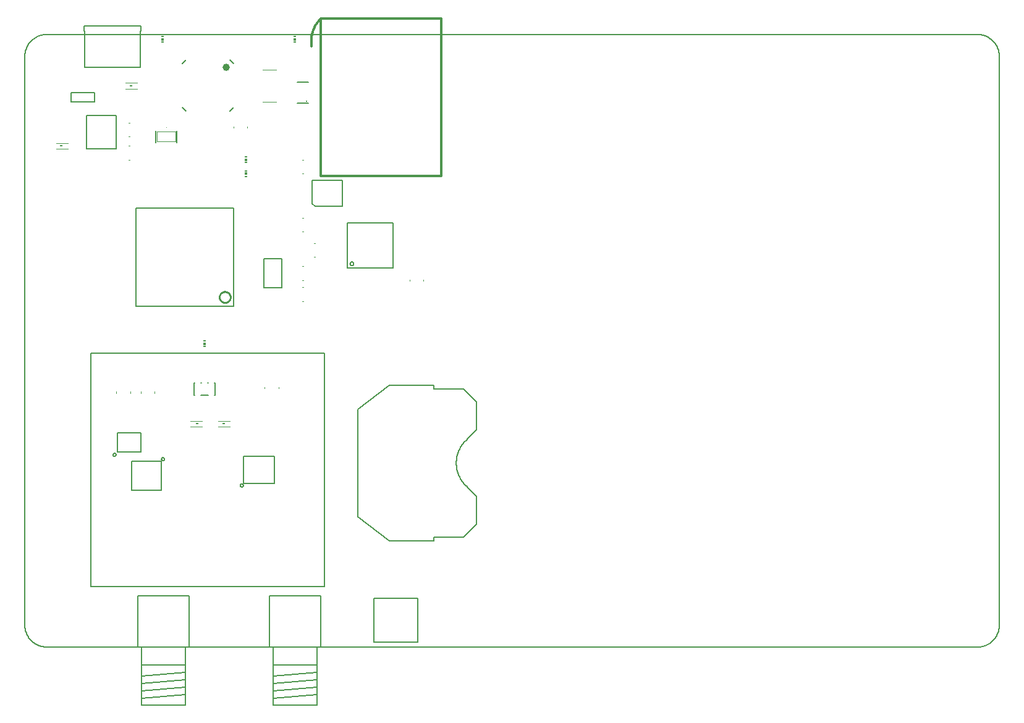
<source format=gto>
G04 EAGLE Gerber X2 export*
%TF.Part,Single*%
%TF.FileFunction,Legend,Top,1*%
%TF.FilePolarity,Positive*%
%TF.GenerationSoftware,Autodesk,EAGLE,9.4.2*%
%TF.CreationDate,2019-11-19T20:24:05Z*%
G75*
%MOMM*%
%FSLAX36Y36*%
%LPD*%
%INSilkscreen Top*%
%AMOC8*
5,1,8,0,0,1.08239X$1,22.5*%
G01*
%ADD10C,0.127000*%
%ADD11R,0.300000X0.150000*%
%ADD12R,0.300000X0.300000*%
%ADD13C,0.200000*%
%ADD14C,0.304800*%
%ADD15C,0.101600*%
%ADD16C,0.070000*%
%ADD17R,0.400000X0.200000*%
%ADD18C,0.203200*%
%ADD19C,0.254000*%
%ADD20C,0.152400*%
%ADD21C,1.000000*%
%ADD22C,0.200000*%
%ADD23C,0.010000*%
%ADD24C,0.075000*%


D10*
X130500000Y500000D02*
X3000000Y500000D01*
X3000000Y84500000D02*
X130500000Y84500000D01*
X133500000Y81500000D02*
X133500000Y3500000D01*
X0Y3500000D02*
X0Y81500000D01*
X130500000Y500000D02*
X130572491Y500876D01*
X130644940Y503503D01*
X130717304Y507881D01*
X130789542Y514005D01*
X130861610Y521873D01*
X130933467Y531481D01*
X131005071Y542822D01*
X131076380Y555890D01*
X131147353Y570677D01*
X131217947Y587175D01*
X131288122Y605373D01*
X131357837Y625263D01*
X131427051Y646830D01*
X131495724Y670065D01*
X131563815Y694951D01*
X131631285Y721476D01*
X131698094Y749623D01*
X131764203Y779377D01*
X131829575Y810719D01*
X131894170Y843632D01*
X131957950Y878096D01*
X132020880Y914091D01*
X132082921Y951596D01*
X132144038Y990590D01*
X132204194Y1031048D01*
X132263356Y1072949D01*
X132321488Y1116267D01*
X132378556Y1160977D01*
X132434527Y1207053D01*
X132489368Y1254468D01*
X132543048Y1303194D01*
X132595534Y1353203D01*
X132646797Y1404466D01*
X132696806Y1456952D01*
X132745532Y1510632D01*
X132792947Y1565473D01*
X132839023Y1621444D01*
X132883733Y1678512D01*
X132927051Y1736644D01*
X132968952Y1795806D01*
X133009410Y1855962D01*
X133048404Y1917079D01*
X133085909Y1979120D01*
X133121904Y2042050D01*
X133156368Y2105830D01*
X133189281Y2170425D01*
X133220623Y2235797D01*
X133250377Y2301906D01*
X133278524Y2368715D01*
X133305049Y2436185D01*
X133329935Y2504276D01*
X133353170Y2572949D01*
X133374737Y2642163D01*
X133394627Y2711878D01*
X133412825Y2782053D01*
X133429323Y2852647D01*
X133444110Y2923620D01*
X133457178Y2994929D01*
X133468519Y3066533D01*
X133478127Y3138390D01*
X133485995Y3210458D01*
X133492119Y3282696D01*
X133496497Y3355060D01*
X133499124Y3427509D01*
X133500000Y3500000D01*
X133500000Y81500000D02*
X133499124Y81572491D01*
X133496497Y81644940D01*
X133492119Y81717304D01*
X133485995Y81789542D01*
X133478127Y81861610D01*
X133468519Y81933467D01*
X133457178Y82005071D01*
X133444110Y82076380D01*
X133429323Y82147353D01*
X133412825Y82217947D01*
X133394627Y82288122D01*
X133374737Y82357837D01*
X133353170Y82427051D01*
X133329935Y82495724D01*
X133305049Y82563815D01*
X133278524Y82631285D01*
X133250377Y82698094D01*
X133220623Y82764203D01*
X133189281Y82829575D01*
X133156368Y82894170D01*
X133121904Y82957950D01*
X133085909Y83020880D01*
X133048404Y83082921D01*
X133009410Y83144038D01*
X132968952Y83204194D01*
X132927051Y83263356D01*
X132883733Y83321488D01*
X132839023Y83378556D01*
X132792947Y83434527D01*
X132745532Y83489368D01*
X132696806Y83543048D01*
X132646797Y83595534D01*
X132595534Y83646797D01*
X132543048Y83696806D01*
X132489368Y83745532D01*
X132434527Y83792947D01*
X132378556Y83839023D01*
X132321488Y83883733D01*
X132263356Y83927051D01*
X132204194Y83968952D01*
X132144038Y84009410D01*
X132082921Y84048404D01*
X132020880Y84085909D01*
X131957950Y84121904D01*
X131894170Y84156368D01*
X131829575Y84189281D01*
X131764203Y84220623D01*
X131698094Y84250377D01*
X131631285Y84278524D01*
X131563815Y84305049D01*
X131495724Y84329935D01*
X131427051Y84353170D01*
X131357837Y84374737D01*
X131288122Y84394627D01*
X131217947Y84412825D01*
X131147353Y84429323D01*
X131076380Y84444110D01*
X131005071Y84457178D01*
X130933467Y84468519D01*
X130861610Y84478127D01*
X130789542Y84485995D01*
X130717304Y84492119D01*
X130644940Y84496497D01*
X130572491Y84499124D01*
X130500000Y84500000D01*
X3000000Y84500000D02*
X2927509Y84499124D01*
X2855060Y84496497D01*
X2782696Y84492119D01*
X2710458Y84485995D01*
X2638390Y84478127D01*
X2566533Y84468519D01*
X2494929Y84457178D01*
X2423620Y84444110D01*
X2352647Y84429323D01*
X2282053Y84412825D01*
X2211878Y84394627D01*
X2142163Y84374737D01*
X2072949Y84353170D01*
X2004276Y84329935D01*
X1936185Y84305049D01*
X1868715Y84278524D01*
X1801906Y84250377D01*
X1735797Y84220623D01*
X1670425Y84189281D01*
X1605830Y84156368D01*
X1542050Y84121904D01*
X1479120Y84085909D01*
X1417079Y84048404D01*
X1355962Y84009410D01*
X1295806Y83968952D01*
X1236644Y83927051D01*
X1178512Y83883733D01*
X1121444Y83839023D01*
X1065473Y83792947D01*
X1010632Y83745532D01*
X956952Y83696806D01*
X904466Y83646797D01*
X853203Y83595534D01*
X803194Y83543048D01*
X754468Y83489368D01*
X707053Y83434527D01*
X660977Y83378556D01*
X616267Y83321488D01*
X572949Y83263356D01*
X531048Y83204194D01*
X490590Y83144038D01*
X451596Y83082921D01*
X414091Y83020880D01*
X378096Y82957950D01*
X343632Y82894170D01*
X310719Y82829575D01*
X279377Y82764203D01*
X249623Y82698094D01*
X221476Y82631285D01*
X194951Y82563815D01*
X170065Y82495724D01*
X146830Y82427051D01*
X125263Y82357837D01*
X105373Y82288122D01*
X87175Y82217947D01*
X70677Y82147353D01*
X55890Y82076380D01*
X42822Y82005071D01*
X31481Y81933467D01*
X21873Y81861610D01*
X14005Y81789542D01*
X7881Y81717304D01*
X3503Y81644940D01*
X876Y81572491D01*
X0Y81500000D01*
X0Y3500000D02*
X876Y3427509D01*
X3503Y3355060D01*
X7881Y3282696D01*
X14005Y3210458D01*
X21873Y3138390D01*
X31481Y3066533D01*
X42822Y2994929D01*
X55890Y2923620D01*
X70677Y2852647D01*
X87175Y2782053D01*
X105373Y2711878D01*
X125263Y2642163D01*
X146830Y2572949D01*
X170065Y2504276D01*
X194951Y2436185D01*
X221476Y2368715D01*
X249623Y2301906D01*
X279377Y2235797D01*
X310719Y2170425D01*
X343632Y2105830D01*
X378096Y2042050D01*
X414091Y1979120D01*
X451596Y1917079D01*
X490590Y1855962D01*
X531048Y1795806D01*
X572949Y1736644D01*
X616267Y1678512D01*
X660977Y1621444D01*
X707053Y1565473D01*
X754468Y1510632D01*
X803194Y1456952D01*
X853203Y1404466D01*
X904466Y1353203D01*
X956952Y1303194D01*
X1010632Y1254468D01*
X1065473Y1207053D01*
X1121444Y1160977D01*
X1178512Y1116267D01*
X1236644Y1072949D01*
X1295806Y1031048D01*
X1355962Y990590D01*
X1417079Y951596D01*
X1479120Y914091D01*
X1542050Y878096D01*
X1605830Y843632D01*
X1670425Y810719D01*
X1735797Y779377D01*
X1801906Y749623D01*
X1868715Y721476D01*
X1936185Y694951D01*
X2004276Y670065D01*
X2072949Y646830D01*
X2142163Y625263D01*
X2211878Y605373D01*
X2282053Y587175D01*
X2352647Y570677D01*
X2423620Y555890D01*
X2494929Y542822D01*
X2566533Y531481D01*
X2638390Y521873D01*
X2710458Y514005D01*
X2782696Y507881D01*
X2855060Y503503D01*
X2927509Y500876D01*
X3000000Y500000D01*
D11*
X30330000Y65030000D03*
X30330000Y65780000D03*
D12*
X30330000Y65405000D03*
D11*
X30330000Y66935000D03*
X30330000Y67685000D03*
D12*
X30330000Y67310000D03*
D10*
X47822500Y7167500D02*
X47822500Y1167500D01*
X53822500Y1167500D01*
X53822500Y7167500D01*
X47822500Y7167500D01*
X9525000Y75247500D02*
X9525000Y76517500D01*
X9525000Y75247500D02*
X6350000Y75247500D01*
X6350000Y76517500D01*
X9525000Y76517500D01*
D11*
X18882500Y84195000D03*
X18882500Y83445000D03*
D12*
X18882500Y83820000D03*
D10*
X8445500Y73406000D02*
X8445500Y68834000D01*
X8445500Y73406000D02*
X12509500Y73406000D01*
X12509500Y68834000D01*
X8445500Y68834000D01*
D13*
X44182500Y58687500D02*
X44182500Y52437500D01*
X44182500Y58687500D02*
X50432500Y58687500D01*
X50432500Y52437500D01*
X44182500Y52437500D01*
X44557500Y53062500D02*
X44557575Y53068635D01*
X44557801Y53074767D01*
X44558177Y53080891D01*
X44558704Y53087004D01*
X44559380Y53093103D01*
X44560206Y53099183D01*
X44561181Y53105240D01*
X44562304Y53111273D01*
X44563574Y53117275D01*
X44564992Y53123245D01*
X44566556Y53129178D01*
X44568265Y53135071D01*
X44570118Y53140920D01*
X44572114Y53146722D01*
X44574252Y53152474D01*
X44576530Y53158171D01*
X44578948Y53163810D01*
X44581503Y53169389D01*
X44584194Y53174903D01*
X44587020Y53180349D01*
X44589978Y53185725D01*
X44593068Y53191026D01*
X44596287Y53196249D01*
X44599633Y53201393D01*
X44603104Y53206452D01*
X44606698Y53211425D01*
X44610413Y53216308D01*
X44614247Y53221098D01*
X44618198Y53225793D01*
X44622262Y53230390D01*
X44626438Y53234885D01*
X44630723Y53239277D01*
X44635115Y53243562D01*
X44639610Y53247738D01*
X44644207Y53251802D01*
X44648902Y53255753D01*
X44653692Y53259587D01*
X44658575Y53263302D01*
X44663548Y53266896D01*
X44668607Y53270367D01*
X44673751Y53273713D01*
X44678974Y53276932D01*
X44684275Y53280022D01*
X44689651Y53282980D01*
X44695097Y53285806D01*
X44700611Y53288497D01*
X44706190Y53291052D01*
X44711829Y53293470D01*
X44717526Y53295748D01*
X44723278Y53297886D01*
X44729080Y53299882D01*
X44734929Y53301735D01*
X44740822Y53303444D01*
X44746755Y53305008D01*
X44752725Y53306426D01*
X44758727Y53307696D01*
X44764760Y53308819D01*
X44770817Y53309794D01*
X44776897Y53310620D01*
X44782996Y53311296D01*
X44789109Y53311823D01*
X44795233Y53312199D01*
X44801365Y53312425D01*
X44807500Y53312500D01*
X44813635Y53312425D01*
X44819767Y53312199D01*
X44825891Y53311823D01*
X44832004Y53311296D01*
X44838103Y53310620D01*
X44844183Y53309794D01*
X44850240Y53308819D01*
X44856273Y53307696D01*
X44862275Y53306426D01*
X44868245Y53305008D01*
X44874178Y53303444D01*
X44880071Y53301735D01*
X44885920Y53299882D01*
X44891722Y53297886D01*
X44897474Y53295748D01*
X44903171Y53293470D01*
X44908810Y53291052D01*
X44914389Y53288497D01*
X44919903Y53285806D01*
X44925349Y53282980D01*
X44930725Y53280022D01*
X44936026Y53276932D01*
X44941249Y53273713D01*
X44946393Y53270367D01*
X44951452Y53266896D01*
X44956425Y53263302D01*
X44961308Y53259587D01*
X44966098Y53255753D01*
X44970793Y53251802D01*
X44975390Y53247738D01*
X44979885Y53243562D01*
X44984277Y53239277D01*
X44988562Y53234885D01*
X44992738Y53230390D01*
X44996802Y53225793D01*
X45000753Y53221098D01*
X45004587Y53216308D01*
X45008302Y53211425D01*
X45011896Y53206452D01*
X45015367Y53201393D01*
X45018713Y53196249D01*
X45021932Y53191026D01*
X45025022Y53185725D01*
X45027980Y53180349D01*
X45030806Y53174903D01*
X45033497Y53169389D01*
X45036052Y53163810D01*
X45038470Y53158171D01*
X45040748Y53152474D01*
X45042886Y53146722D01*
X45044882Y53140920D01*
X45046735Y53135071D01*
X45048444Y53129178D01*
X45050008Y53123245D01*
X45051426Y53117275D01*
X45052696Y53111273D01*
X45053819Y53105240D01*
X45054794Y53099183D01*
X45055620Y53093103D01*
X45056296Y53087004D01*
X45056823Y53080891D01*
X45057199Y53074767D01*
X45057425Y53068635D01*
X45057500Y53062500D01*
X45057425Y53056365D01*
X45057199Y53050233D01*
X45056823Y53044109D01*
X45056296Y53037996D01*
X45055620Y53031897D01*
X45054794Y53025817D01*
X45053819Y53019760D01*
X45052696Y53013727D01*
X45051426Y53007725D01*
X45050008Y53001755D01*
X45048444Y52995822D01*
X45046735Y52989929D01*
X45044882Y52984080D01*
X45042886Y52978278D01*
X45040748Y52972526D01*
X45038470Y52966829D01*
X45036052Y52961190D01*
X45033497Y52955611D01*
X45030806Y52950097D01*
X45027980Y52944651D01*
X45025022Y52939275D01*
X45021932Y52933974D01*
X45018713Y52928751D01*
X45015367Y52923607D01*
X45011896Y52918548D01*
X45008302Y52913575D01*
X45004587Y52908692D01*
X45000753Y52903902D01*
X44996802Y52899207D01*
X44992738Y52894610D01*
X44988562Y52890115D01*
X44984277Y52885723D01*
X44979885Y52881438D01*
X44975390Y52877262D01*
X44970793Y52873198D01*
X44966098Y52869247D01*
X44961308Y52865413D01*
X44956425Y52861698D01*
X44951452Y52858104D01*
X44946393Y52854633D01*
X44941249Y52851287D01*
X44936026Y52848068D01*
X44930725Y52844978D01*
X44925349Y52842020D01*
X44919903Y52839194D01*
X44914389Y52836503D01*
X44908810Y52833948D01*
X44903171Y52831530D01*
X44897474Y52829252D01*
X44891722Y52827114D01*
X44885920Y52825118D01*
X44880071Y52823265D01*
X44874178Y52821556D01*
X44868245Y52819992D01*
X44862275Y52818574D01*
X44856273Y52817304D01*
X44850240Y52816181D01*
X44844183Y52815206D01*
X44838103Y52814380D01*
X44832004Y52813704D01*
X44825891Y52813177D01*
X44819767Y52812801D01*
X44813635Y52812575D01*
X44807500Y52812500D01*
X44801365Y52812575D01*
X44795233Y52812801D01*
X44789109Y52813177D01*
X44782996Y52813704D01*
X44776897Y52814380D01*
X44770817Y52815206D01*
X44764760Y52816181D01*
X44758727Y52817304D01*
X44752725Y52818574D01*
X44746755Y52819992D01*
X44740822Y52821556D01*
X44734929Y52823265D01*
X44729080Y52825118D01*
X44723278Y52827114D01*
X44717526Y52829252D01*
X44711829Y52831530D01*
X44706190Y52833948D01*
X44700611Y52836503D01*
X44695097Y52839194D01*
X44689651Y52842020D01*
X44684275Y52844978D01*
X44678974Y52848068D01*
X44673751Y52851287D01*
X44668607Y52854633D01*
X44663548Y52858104D01*
X44658575Y52861698D01*
X44653692Y52865413D01*
X44648902Y52869247D01*
X44644207Y52873198D01*
X44639610Y52877262D01*
X44635115Y52881438D01*
X44630723Y52885723D01*
X44626438Y52890115D01*
X44622262Y52894610D01*
X44618198Y52899207D01*
X44614247Y52903902D01*
X44610413Y52908692D01*
X44606698Y52913575D01*
X44603104Y52918548D01*
X44599633Y52923607D01*
X44596287Y52928751D01*
X44593068Y52933974D01*
X44589978Y52939275D01*
X44587020Y52944651D01*
X44584194Y52950097D01*
X44581503Y52955611D01*
X44578948Y52961190D01*
X44576530Y52966829D01*
X44574252Y52972526D01*
X44572114Y52978278D01*
X44570118Y52984080D01*
X44568265Y52989929D01*
X44566556Y52995822D01*
X44564992Y53001755D01*
X44563574Y53007725D01*
X44562304Y53013727D01*
X44561181Y53019760D01*
X44560206Y53025817D01*
X44559380Y53031897D01*
X44558704Y53037996D01*
X44558177Y53044109D01*
X44557801Y53050233D01*
X44557575Y53056365D01*
X44557500Y53062500D01*
D14*
X40545000Y65105000D02*
X57055000Y65105000D01*
X40545000Y65105000D02*
X40545000Y86695000D01*
X57055000Y86695000D01*
X57055000Y65105000D01*
X39275000Y82884997D02*
X39260829Y82993644D01*
X39249314Y83102605D01*
X39240461Y83211815D01*
X39234275Y83321208D01*
X39230760Y83430719D01*
X39229918Y83540283D01*
X39231750Y83649836D01*
X39236254Y83759311D01*
X39243428Y83868643D01*
X39253268Y83977768D01*
X39265767Y84086620D01*
X39280919Y84195135D01*
X39298714Y84303248D01*
X39319142Y84410895D01*
X39342190Y84518011D01*
X39367845Y84624533D01*
X39396092Y84730397D01*
X39426913Y84835540D01*
X39460291Y84939900D01*
X39496205Y85043415D01*
X39534634Y85146022D01*
X39575555Y85247661D01*
X39618944Y85348272D01*
X39664775Y85447793D01*
X39713021Y85546167D01*
X39763652Y85643335D01*
X39816640Y85739238D01*
X39871952Y85833819D01*
X39929555Y85927023D01*
X39989415Y86018794D01*
X40051497Y86109076D01*
X40115763Y86197817D01*
X40182175Y86284964D01*
X40250693Y86370464D01*
X40321278Y86454266D01*
X40393886Y86536322D01*
X40468475Y86616581D01*
X40545000Y86694997D01*
D15*
X38200000Y49845000D02*
X38000000Y49845000D01*
X38000000Y47945000D02*
X38200000Y47945000D01*
X38200000Y52702500D02*
X38000000Y52702500D01*
X38000000Y50802500D02*
X38200000Y50802500D01*
X39587500Y55877500D02*
X39787500Y55877500D01*
X39787500Y53977500D02*
X39587500Y53977500D01*
X38200000Y59370000D02*
X38000000Y59370000D01*
X38000000Y57470000D02*
X38200000Y57470000D01*
X38200000Y65407500D02*
X38000000Y65407500D01*
X38000000Y67307500D02*
X38200000Y67307500D01*
D11*
X36980000Y84195000D03*
X36980000Y83445000D03*
D12*
X36980000Y83820000D03*
D15*
X54607500Y50900000D02*
X54607500Y50700000D01*
X52707500Y50700000D02*
X52707500Y50900000D01*
D10*
X43533800Y64506200D02*
X39333800Y64506200D01*
X43533800Y64506200D02*
X43533800Y60906200D01*
X39733800Y60906200D01*
X39333800Y61306200D01*
X39333800Y64506200D01*
X15900000Y85650000D02*
X8100000Y85650000D01*
X15800000Y84950000D02*
X15800000Y80000000D01*
X8200000Y80000000D01*
X8200000Y84950000D01*
X8100000Y84950000D02*
X8100000Y85650000D01*
X8100000Y84950000D02*
X8200000Y84950000D01*
X15900000Y84950000D02*
X15900000Y85650000D01*
X15900000Y84950000D02*
X15800000Y84950000D01*
D15*
X14387500Y70487500D02*
X14187500Y70487500D01*
X14187500Y72387500D02*
X14387500Y72387500D01*
D16*
X5880000Y69615000D02*
X4280000Y69615000D01*
X4280000Y68815000D02*
X5880000Y68815000D01*
D17*
X4980000Y69215000D03*
D10*
X29967500Y26615000D02*
X29967500Y22915000D01*
X29967500Y26615000D02*
X34167500Y26615000D01*
X34167500Y22915000D01*
X29967500Y22915000D01*
X29505400Y22665000D02*
X29505464Y22670205D01*
X29505655Y22675407D01*
X29505975Y22680603D01*
X29506421Y22685789D01*
X29506995Y22690963D01*
X29507696Y22696122D01*
X29508523Y22701261D01*
X29509475Y22706379D01*
X29510554Y22711471D01*
X29511756Y22716536D01*
X29513083Y22721570D01*
X29514533Y22726569D01*
X29516105Y22731532D01*
X29517799Y22736454D01*
X29519612Y22741334D01*
X29521545Y22746167D01*
X29523596Y22750952D01*
X29525764Y22755684D01*
X29528047Y22760363D01*
X29530444Y22764983D01*
X29532955Y22769544D01*
X29535576Y22774041D01*
X29538307Y22778473D01*
X29541145Y22782836D01*
X29544090Y22787129D01*
X29547140Y22791348D01*
X29550292Y22795491D01*
X29553544Y22799555D01*
X29556896Y22803538D01*
X29560344Y22807438D01*
X29563887Y22811252D01*
X29567523Y22814977D01*
X29571248Y22818613D01*
X29575062Y22822156D01*
X29578962Y22825604D01*
X29582945Y22828956D01*
X29587009Y22832208D01*
X29591152Y22835360D01*
X29595371Y22838410D01*
X29599664Y22841355D01*
X29604027Y22844193D01*
X29608459Y22846924D01*
X29612956Y22849545D01*
X29617517Y22852056D01*
X29622137Y22854453D01*
X29626816Y22856736D01*
X29631548Y22858904D01*
X29636333Y22860955D01*
X29641166Y22862888D01*
X29646046Y22864701D01*
X29650968Y22866395D01*
X29655931Y22867967D01*
X29660930Y22869417D01*
X29665964Y22870744D01*
X29671029Y22871946D01*
X29676121Y22873025D01*
X29681239Y22873977D01*
X29686378Y22874804D01*
X29691537Y22875505D01*
X29696711Y22876079D01*
X29701897Y22876525D01*
X29707093Y22876845D01*
X29712295Y22877036D01*
X29717500Y22877100D01*
X29722705Y22877036D01*
X29727907Y22876845D01*
X29733103Y22876525D01*
X29738289Y22876079D01*
X29743463Y22875505D01*
X29748622Y22874804D01*
X29753761Y22873977D01*
X29758879Y22873025D01*
X29763971Y22871946D01*
X29769036Y22870744D01*
X29774070Y22869417D01*
X29779069Y22867967D01*
X29784032Y22866395D01*
X29788954Y22864701D01*
X29793834Y22862888D01*
X29798667Y22860955D01*
X29803452Y22858904D01*
X29808184Y22856736D01*
X29812863Y22854453D01*
X29817483Y22852056D01*
X29822044Y22849545D01*
X29826541Y22846924D01*
X29830973Y22844193D01*
X29835336Y22841355D01*
X29839629Y22838410D01*
X29843848Y22835360D01*
X29847991Y22832208D01*
X29852055Y22828956D01*
X29856038Y22825604D01*
X29859938Y22822156D01*
X29863752Y22818613D01*
X29867477Y22814977D01*
X29871113Y22811252D01*
X29874656Y22807438D01*
X29878104Y22803538D01*
X29881456Y22799555D01*
X29884708Y22795491D01*
X29887860Y22791348D01*
X29890910Y22787129D01*
X29893855Y22782836D01*
X29896693Y22778473D01*
X29899424Y22774041D01*
X29902045Y22769544D01*
X29904556Y22764983D01*
X29906953Y22760363D01*
X29909236Y22755684D01*
X29911404Y22750952D01*
X29913455Y22746167D01*
X29915388Y22741334D01*
X29917201Y22736454D01*
X29918895Y22731532D01*
X29920467Y22726569D01*
X29921917Y22721570D01*
X29923244Y22716536D01*
X29924446Y22711471D01*
X29925525Y22706379D01*
X29926477Y22701261D01*
X29927304Y22696122D01*
X29928005Y22690963D01*
X29928579Y22685789D01*
X29929025Y22680603D01*
X29929345Y22675407D01*
X29929536Y22670205D01*
X29929600Y22665000D01*
X29929536Y22659795D01*
X29929345Y22654593D01*
X29929025Y22649397D01*
X29928579Y22644211D01*
X29928005Y22639037D01*
X29927304Y22633878D01*
X29926477Y22628739D01*
X29925525Y22623621D01*
X29924446Y22618529D01*
X29923244Y22613464D01*
X29921917Y22608430D01*
X29920467Y22603431D01*
X29918895Y22598468D01*
X29917201Y22593546D01*
X29915388Y22588666D01*
X29913455Y22583833D01*
X29911404Y22579048D01*
X29909236Y22574316D01*
X29906953Y22569637D01*
X29904556Y22565017D01*
X29902045Y22560456D01*
X29899424Y22555959D01*
X29896693Y22551527D01*
X29893855Y22547164D01*
X29890910Y22542871D01*
X29887860Y22538652D01*
X29884708Y22534509D01*
X29881456Y22530445D01*
X29878104Y22526462D01*
X29874656Y22522562D01*
X29871113Y22518748D01*
X29867477Y22515023D01*
X29863752Y22511387D01*
X29859938Y22507844D01*
X29856038Y22504396D01*
X29852055Y22501044D01*
X29847991Y22497792D01*
X29843848Y22494640D01*
X29839629Y22491590D01*
X29835336Y22488645D01*
X29830973Y22485807D01*
X29826541Y22483076D01*
X29822044Y22480455D01*
X29817483Y22477944D01*
X29812863Y22475547D01*
X29808184Y22473264D01*
X29803452Y22471096D01*
X29798667Y22469045D01*
X29793834Y22467112D01*
X29788954Y22465299D01*
X29784032Y22463605D01*
X29779069Y22462033D01*
X29774070Y22460583D01*
X29769036Y22459256D01*
X29763971Y22458054D01*
X29758879Y22456975D01*
X29753761Y22456023D01*
X29748622Y22455196D01*
X29743463Y22454495D01*
X29738289Y22453921D01*
X29733103Y22453475D01*
X29727907Y22453155D01*
X29722705Y22452964D01*
X29717500Y22452900D01*
X29712295Y22452964D01*
X29707093Y22453155D01*
X29701897Y22453475D01*
X29696711Y22453921D01*
X29691537Y22454495D01*
X29686378Y22455196D01*
X29681239Y22456023D01*
X29676121Y22456975D01*
X29671029Y22458054D01*
X29665964Y22459256D01*
X29660930Y22460583D01*
X29655931Y22462033D01*
X29650968Y22463605D01*
X29646046Y22465299D01*
X29641166Y22467112D01*
X29636333Y22469045D01*
X29631548Y22471096D01*
X29626816Y22473264D01*
X29622137Y22475547D01*
X29617517Y22477944D01*
X29612956Y22480455D01*
X29608459Y22483076D01*
X29604027Y22485807D01*
X29599664Y22488645D01*
X29595371Y22491590D01*
X29591152Y22494640D01*
X29587009Y22497792D01*
X29582945Y22501044D01*
X29578962Y22504396D01*
X29575062Y22507844D01*
X29571248Y22511387D01*
X29567523Y22515023D01*
X29563887Y22518748D01*
X29560344Y22522562D01*
X29556896Y22526462D01*
X29553544Y22530445D01*
X29550292Y22534509D01*
X29547140Y22538652D01*
X29544090Y22542871D01*
X29541145Y22547164D01*
X29538307Y22551527D01*
X29535576Y22555959D01*
X29532955Y22560456D01*
X29530444Y22565017D01*
X29528047Y22569637D01*
X29525764Y22574316D01*
X29523596Y22579048D01*
X29521545Y22583833D01*
X29519612Y22588666D01*
X29517799Y22593546D01*
X29516105Y22598468D01*
X29514533Y22603431D01*
X29513083Y22608430D01*
X29511756Y22613464D01*
X29510554Y22618529D01*
X29509475Y22623621D01*
X29508523Y22628739D01*
X29507696Y22633878D01*
X29506995Y22639037D01*
X29506421Y22644211D01*
X29505975Y22649397D01*
X29505655Y22654593D01*
X29505464Y22659795D01*
X29505400Y22665000D01*
X33500000Y7500000D02*
X33500000Y500000D01*
X34000000Y500000D01*
X40000000Y500000D01*
X40500000Y500000D01*
X40500000Y7500000D01*
X33500000Y7500000D01*
X34000000Y500000D02*
X34000000Y-2000000D01*
X40000000Y-2000000D01*
X40000000Y500000D01*
X34000000Y-2000000D02*
X34000000Y-3500000D01*
X34000000Y-4500000D01*
X34000000Y-5500000D01*
X34000000Y-6500000D01*
X34000000Y-7500000D01*
X40000000Y-7500000D01*
X40000000Y-6000000D01*
X40000000Y-5000000D01*
X40000000Y-4000000D01*
X40000000Y-3000000D01*
X40000000Y-2000000D01*
X40000000Y-3000000D02*
X34000000Y-3500000D01*
X34000000Y-4500000D02*
X40000000Y-4000000D01*
X40000000Y-5000000D02*
X34000000Y-5500000D01*
X34000000Y-6500000D02*
X40000000Y-6000000D01*
X15500000Y500000D02*
X15500000Y7500000D01*
X15500000Y500000D02*
X16000000Y500000D01*
X22000000Y500000D01*
X22500000Y500000D01*
X22500000Y7500000D01*
X15500000Y7500000D01*
X16000000Y500000D02*
X16000000Y-2000000D01*
X22000000Y-2000000D01*
X22000000Y500000D01*
X16000000Y-2000000D02*
X16000000Y-3500000D01*
X16000000Y-4500000D01*
X16000000Y-5500000D01*
X16000000Y-6500000D01*
X16000000Y-7500000D01*
X22000000Y-7500000D01*
X22000000Y-6000000D01*
X22000000Y-5000000D01*
X22000000Y-4000000D01*
X22000000Y-3000000D01*
X22000000Y-2000000D01*
X22000000Y-3000000D02*
X16000000Y-3500000D01*
X16000000Y-4500000D02*
X22000000Y-4000000D01*
X22000000Y-5000000D02*
X16000000Y-5500000D01*
X16000000Y-6500000D02*
X22000000Y-6000000D01*
X15887500Y29875000D02*
X12687500Y29875000D01*
X15887500Y29875000D02*
X15887500Y27275000D01*
X12687500Y27275000D01*
X12687500Y29875000D01*
X12087500Y26875000D02*
X12087560Y26879908D01*
X12087741Y26884814D01*
X12088042Y26889713D01*
X12088463Y26894603D01*
X12089004Y26899482D01*
X12089665Y26904346D01*
X12090444Y26909192D01*
X12091343Y26914018D01*
X12092360Y26918820D01*
X12093494Y26923596D01*
X12094745Y26928343D01*
X12096112Y26933057D01*
X12097594Y26937736D01*
X12099191Y26942378D01*
X12100901Y26946979D01*
X12102724Y26951537D01*
X12104658Y26956048D01*
X12106702Y26960511D01*
X12108855Y26964922D01*
X12111116Y26969279D01*
X12113483Y26973580D01*
X12115954Y26977821D01*
X12118529Y26982000D01*
X12121206Y26986114D01*
X12123983Y26990162D01*
X12126858Y26994140D01*
X12129831Y26998046D01*
X12132898Y27001879D01*
X12136058Y27005635D01*
X12139310Y27009312D01*
X12142651Y27012908D01*
X12146079Y27016421D01*
X12149592Y27019849D01*
X12153188Y27023190D01*
X12156865Y27026442D01*
X12160621Y27029602D01*
X12164454Y27032669D01*
X12168360Y27035642D01*
X12172338Y27038517D01*
X12176386Y27041294D01*
X12180500Y27043971D01*
X12184679Y27046546D01*
X12188920Y27049017D01*
X12193221Y27051384D01*
X12197578Y27053645D01*
X12201989Y27055798D01*
X12206452Y27057842D01*
X12210963Y27059776D01*
X12215521Y27061599D01*
X12220122Y27063309D01*
X12224764Y27064906D01*
X12229443Y27066388D01*
X12234157Y27067755D01*
X12238904Y27069006D01*
X12243680Y27070140D01*
X12248482Y27071157D01*
X12253308Y27072056D01*
X12258154Y27072835D01*
X12263018Y27073496D01*
X12267897Y27074037D01*
X12272787Y27074458D01*
X12277686Y27074759D01*
X12282592Y27074940D01*
X12287500Y27075000D01*
X12292408Y27074940D01*
X12297314Y27074759D01*
X12302213Y27074458D01*
X12307103Y27074037D01*
X12311982Y27073496D01*
X12316846Y27072835D01*
X12321692Y27072056D01*
X12326518Y27071157D01*
X12331320Y27070140D01*
X12336096Y27069006D01*
X12340843Y27067755D01*
X12345557Y27066388D01*
X12350236Y27064906D01*
X12354878Y27063309D01*
X12359479Y27061599D01*
X12364037Y27059776D01*
X12368548Y27057842D01*
X12373011Y27055798D01*
X12377422Y27053645D01*
X12381779Y27051384D01*
X12386080Y27049017D01*
X12390321Y27046546D01*
X12394500Y27043971D01*
X12398614Y27041294D01*
X12402662Y27038517D01*
X12406640Y27035642D01*
X12410546Y27032669D01*
X12414379Y27029602D01*
X12418135Y27026442D01*
X12421812Y27023190D01*
X12425408Y27019849D01*
X12428921Y27016421D01*
X12432349Y27012908D01*
X12435690Y27009312D01*
X12438942Y27005635D01*
X12442102Y27001879D01*
X12445169Y26998046D01*
X12448142Y26994140D01*
X12451017Y26990162D01*
X12453794Y26986114D01*
X12456471Y26982000D01*
X12459046Y26977821D01*
X12461517Y26973580D01*
X12463884Y26969279D01*
X12466145Y26964922D01*
X12468298Y26960511D01*
X12470342Y26956048D01*
X12472276Y26951537D01*
X12474099Y26946979D01*
X12475809Y26942378D01*
X12477406Y26937736D01*
X12478888Y26933057D01*
X12480255Y26928343D01*
X12481506Y26923596D01*
X12482640Y26918820D01*
X12483657Y26914018D01*
X12484556Y26909192D01*
X12485335Y26904346D01*
X12485996Y26899482D01*
X12486537Y26894603D01*
X12486958Y26889713D01*
X12487259Y26884814D01*
X12487440Y26879908D01*
X12487500Y26875000D01*
X12487440Y26870092D01*
X12487259Y26865186D01*
X12486958Y26860287D01*
X12486537Y26855397D01*
X12485996Y26850518D01*
X12485335Y26845654D01*
X12484556Y26840808D01*
X12483657Y26835982D01*
X12482640Y26831180D01*
X12481506Y26826404D01*
X12480255Y26821657D01*
X12478888Y26816943D01*
X12477406Y26812264D01*
X12475809Y26807622D01*
X12474099Y26803021D01*
X12472276Y26798463D01*
X12470342Y26793952D01*
X12468298Y26789489D01*
X12466145Y26785078D01*
X12463884Y26780721D01*
X12461517Y26776420D01*
X12459046Y26772179D01*
X12456471Y26768000D01*
X12453794Y26763886D01*
X12451017Y26759838D01*
X12448142Y26755860D01*
X12445169Y26751954D01*
X12442102Y26748121D01*
X12438942Y26744365D01*
X12435690Y26740688D01*
X12432349Y26737092D01*
X12428921Y26733579D01*
X12425408Y26730151D01*
X12421812Y26726810D01*
X12418135Y26723558D01*
X12414379Y26720398D01*
X12410546Y26717331D01*
X12406640Y26714358D01*
X12402662Y26711483D01*
X12398614Y26708706D01*
X12394500Y26706029D01*
X12390321Y26703454D01*
X12386080Y26700983D01*
X12381779Y26698616D01*
X12377422Y26696355D01*
X12373011Y26694202D01*
X12368548Y26692158D01*
X12364037Y26690224D01*
X12359479Y26688401D01*
X12354878Y26686691D01*
X12350236Y26685094D01*
X12345557Y26683612D01*
X12340843Y26682245D01*
X12336096Y26680994D01*
X12331320Y26679860D01*
X12326518Y26678843D01*
X12321692Y26677944D01*
X12316846Y26677165D01*
X12311982Y26676504D01*
X12307103Y26675963D01*
X12302213Y26675542D01*
X12297314Y26675241D01*
X12292408Y26675060D01*
X12287500Y26675000D01*
X12282592Y26675060D01*
X12277686Y26675241D01*
X12272787Y26675542D01*
X12267897Y26675963D01*
X12263018Y26676504D01*
X12258154Y26677165D01*
X12253308Y26677944D01*
X12248482Y26678843D01*
X12243680Y26679860D01*
X12238904Y26680994D01*
X12234157Y26682245D01*
X12229443Y26683612D01*
X12224764Y26685094D01*
X12220122Y26686691D01*
X12215521Y26688401D01*
X12210963Y26690224D01*
X12206452Y26692158D01*
X12201989Y26694202D01*
X12197578Y26696355D01*
X12193221Y26698616D01*
X12188920Y26700983D01*
X12184679Y26703454D01*
X12180500Y26706029D01*
X12176386Y26708706D01*
X12172338Y26711483D01*
X12168360Y26714358D01*
X12164454Y26717331D01*
X12160621Y26720398D01*
X12156865Y26723558D01*
X12153188Y26726810D01*
X12149592Y26730151D01*
X12146079Y26733579D01*
X12142651Y26737092D01*
X12139310Y26740688D01*
X12136058Y26744365D01*
X12132898Y26748121D01*
X12129831Y26751954D01*
X12126858Y26755860D01*
X12123983Y26759838D01*
X12121206Y26763886D01*
X12118529Y26768000D01*
X12115954Y26772179D01*
X12113483Y26776420D01*
X12111116Y26780721D01*
X12108855Y26785078D01*
X12106702Y26789489D01*
X12104658Y26793952D01*
X12102724Y26798463D01*
X12100901Y26803021D01*
X12099191Y26807622D01*
X12097594Y26812264D01*
X12096112Y26816943D01*
X12094745Y26821657D01*
X12093494Y26826404D01*
X12092360Y26831180D01*
X12091343Y26835982D01*
X12090444Y26840808D01*
X12089665Y26845654D01*
X12089004Y26850518D01*
X12088463Y26855397D01*
X12088042Y26860287D01*
X12087741Y26865186D01*
X12087560Y26870092D01*
X12087500Y26875000D01*
X18668700Y25971200D02*
X18668700Y21971200D01*
X14668700Y21971200D01*
X14668700Y25971200D01*
X18668700Y25971200D01*
X18718700Y26271200D02*
X18718760Y26276108D01*
X18718941Y26281014D01*
X18719242Y26285913D01*
X18719663Y26290803D01*
X18720204Y26295682D01*
X18720865Y26300546D01*
X18721644Y26305392D01*
X18722543Y26310218D01*
X18723560Y26315020D01*
X18724694Y26319796D01*
X18725945Y26324543D01*
X18727312Y26329257D01*
X18728794Y26333936D01*
X18730391Y26338578D01*
X18732101Y26343179D01*
X18733924Y26347737D01*
X18735858Y26352248D01*
X18737902Y26356711D01*
X18740055Y26361122D01*
X18742316Y26365479D01*
X18744683Y26369780D01*
X18747154Y26374021D01*
X18749729Y26378200D01*
X18752406Y26382314D01*
X18755183Y26386362D01*
X18758058Y26390340D01*
X18761031Y26394246D01*
X18764098Y26398079D01*
X18767258Y26401835D01*
X18770510Y26405512D01*
X18773851Y26409108D01*
X18777279Y26412621D01*
X18780792Y26416049D01*
X18784388Y26419390D01*
X18788065Y26422642D01*
X18791821Y26425802D01*
X18795654Y26428869D01*
X18799560Y26431842D01*
X18803538Y26434717D01*
X18807586Y26437494D01*
X18811700Y26440171D01*
X18815879Y26442746D01*
X18820120Y26445217D01*
X18824421Y26447584D01*
X18828778Y26449845D01*
X18833189Y26451998D01*
X18837652Y26454042D01*
X18842163Y26455976D01*
X18846721Y26457799D01*
X18851322Y26459509D01*
X18855964Y26461106D01*
X18860643Y26462588D01*
X18865357Y26463955D01*
X18870104Y26465206D01*
X18874880Y26466340D01*
X18879682Y26467357D01*
X18884508Y26468256D01*
X18889354Y26469035D01*
X18894218Y26469696D01*
X18899097Y26470237D01*
X18903987Y26470658D01*
X18908886Y26470959D01*
X18913792Y26471140D01*
X18918700Y26471200D01*
X18923608Y26471140D01*
X18928514Y26470959D01*
X18933413Y26470658D01*
X18938303Y26470237D01*
X18943182Y26469696D01*
X18948046Y26469035D01*
X18952892Y26468256D01*
X18957718Y26467357D01*
X18962520Y26466340D01*
X18967296Y26465206D01*
X18972043Y26463955D01*
X18976757Y26462588D01*
X18981436Y26461106D01*
X18986078Y26459509D01*
X18990679Y26457799D01*
X18995237Y26455976D01*
X18999748Y26454042D01*
X19004211Y26451998D01*
X19008622Y26449845D01*
X19012979Y26447584D01*
X19017280Y26445217D01*
X19021521Y26442746D01*
X19025700Y26440171D01*
X19029814Y26437494D01*
X19033862Y26434717D01*
X19037840Y26431842D01*
X19041746Y26428869D01*
X19045579Y26425802D01*
X19049335Y26422642D01*
X19053012Y26419390D01*
X19056608Y26416049D01*
X19060121Y26412621D01*
X19063549Y26409108D01*
X19066890Y26405512D01*
X19070142Y26401835D01*
X19073302Y26398079D01*
X19076369Y26394246D01*
X19079342Y26390340D01*
X19082217Y26386362D01*
X19084994Y26382314D01*
X19087671Y26378200D01*
X19090246Y26374021D01*
X19092717Y26369780D01*
X19095084Y26365479D01*
X19097345Y26361122D01*
X19099498Y26356711D01*
X19101542Y26352248D01*
X19103476Y26347737D01*
X19105299Y26343179D01*
X19107009Y26338578D01*
X19108606Y26333936D01*
X19110088Y26329257D01*
X19111455Y26324543D01*
X19112706Y26319796D01*
X19113840Y26315020D01*
X19114857Y26310218D01*
X19115756Y26305392D01*
X19116535Y26300546D01*
X19117196Y26295682D01*
X19117737Y26290803D01*
X19118158Y26285913D01*
X19118459Y26281014D01*
X19118640Y26276108D01*
X19118700Y26271200D01*
X19118640Y26266292D01*
X19118459Y26261386D01*
X19118158Y26256487D01*
X19117737Y26251597D01*
X19117196Y26246718D01*
X19116535Y26241854D01*
X19115756Y26237008D01*
X19114857Y26232182D01*
X19113840Y26227380D01*
X19112706Y26222604D01*
X19111455Y26217857D01*
X19110088Y26213143D01*
X19108606Y26208464D01*
X19107009Y26203822D01*
X19105299Y26199221D01*
X19103476Y26194663D01*
X19101542Y26190152D01*
X19099498Y26185689D01*
X19097345Y26181278D01*
X19095084Y26176921D01*
X19092717Y26172620D01*
X19090246Y26168379D01*
X19087671Y26164200D01*
X19084994Y26160086D01*
X19082217Y26156038D01*
X19079342Y26152060D01*
X19076369Y26148154D01*
X19073302Y26144321D01*
X19070142Y26140565D01*
X19066890Y26136888D01*
X19063549Y26133292D01*
X19060121Y26129779D01*
X19056608Y26126351D01*
X19053012Y26123010D01*
X19049335Y26119758D01*
X19045579Y26116598D01*
X19041746Y26113531D01*
X19037840Y26110558D01*
X19033862Y26107683D01*
X19029814Y26104906D01*
X19025700Y26102229D01*
X19021521Y26099654D01*
X19017280Y26097183D01*
X19012979Y26094816D01*
X19008622Y26092555D01*
X19004211Y26090402D01*
X18999748Y26088358D01*
X18995237Y26086424D01*
X18990679Y26084601D01*
X18986078Y26082891D01*
X18981436Y26081294D01*
X18976757Y26079812D01*
X18972043Y26078445D01*
X18967296Y26077194D01*
X18962520Y26076060D01*
X18957718Y26075043D01*
X18952892Y26074144D01*
X18948046Y26073365D01*
X18943182Y26072704D01*
X18938303Y26072163D01*
X18933413Y26071742D01*
X18928514Y26071441D01*
X18923608Y26071260D01*
X18918700Y26071200D01*
X18913792Y26071260D01*
X18908886Y26071441D01*
X18903987Y26071742D01*
X18899097Y26072163D01*
X18894218Y26072704D01*
X18889354Y26073365D01*
X18884508Y26074144D01*
X18879682Y26075043D01*
X18874880Y26076060D01*
X18870104Y26077194D01*
X18865357Y26078445D01*
X18860643Y26079812D01*
X18855964Y26081294D01*
X18851322Y26082891D01*
X18846721Y26084601D01*
X18842163Y26086424D01*
X18837652Y26088358D01*
X18833189Y26090402D01*
X18828778Y26092555D01*
X18824421Y26094816D01*
X18820120Y26097183D01*
X18815879Y26099654D01*
X18811700Y26102229D01*
X18807586Y26104906D01*
X18803538Y26107683D01*
X18799560Y26110558D01*
X18795654Y26113531D01*
X18791821Y26116598D01*
X18788065Y26119758D01*
X18784388Y26123010D01*
X18780792Y26126351D01*
X18777279Y26129779D01*
X18773851Y26133292D01*
X18770510Y26136888D01*
X18767258Y26140565D01*
X18764098Y26144321D01*
X18761031Y26148154D01*
X18758058Y26152060D01*
X18755183Y26156038D01*
X18752406Y26160086D01*
X18749729Y26164200D01*
X18747154Y26168379D01*
X18744683Y26172620D01*
X18742316Y26176921D01*
X18740055Y26181278D01*
X18737902Y26185689D01*
X18735858Y26190152D01*
X18733924Y26194663D01*
X18732101Y26199221D01*
X18730391Y26203822D01*
X18728794Y26208464D01*
X18727312Y26213143D01*
X18725945Y26217857D01*
X18724694Y26222604D01*
X18723560Y26227380D01*
X18722543Y26232182D01*
X18721644Y26237008D01*
X18720865Y26241854D01*
X18720204Y26246718D01*
X18719663Y26251597D01*
X18719242Y26256487D01*
X18718941Y26261386D01*
X18718760Y26266292D01*
X18718700Y26271200D01*
D15*
X34763700Y35936100D02*
X34763700Y36136100D01*
X32863700Y36136100D02*
X32863700Y35936100D01*
X17777500Y35501200D02*
X17777500Y35301200D01*
X15877500Y35301200D02*
X15877500Y35501200D01*
X14443800Y35501300D02*
X14443800Y35301300D01*
X12543800Y35301300D02*
X12543800Y35501300D01*
D10*
X32772500Y49752500D02*
X32772500Y53752500D01*
X35172500Y53752500D01*
X35172500Y49752500D01*
X32772500Y49752500D01*
D18*
X15197500Y47255000D02*
X15197500Y60685000D01*
X28617500Y60685000D01*
X28617500Y47255000D01*
X15197500Y47255000D01*
D19*
X26657600Y48474900D02*
X26657826Y48493306D01*
X26658503Y48511701D01*
X26659632Y48530073D01*
X26661211Y48548413D01*
X26663240Y48566708D01*
X26665718Y48584948D01*
X26668642Y48603121D01*
X26672011Y48621218D01*
X26675823Y48639226D01*
X26680077Y48657135D01*
X26684768Y48674935D01*
X26689895Y48692614D01*
X26695454Y48710161D01*
X26701442Y48727567D01*
X26707855Y48744821D01*
X26714690Y48761913D01*
X26721943Y48778831D01*
X26729608Y48795566D01*
X26737682Y48812108D01*
X26746159Y48828448D01*
X26755035Y48844574D01*
X26764304Y48860477D01*
X26773960Y48876148D01*
X26783998Y48891578D01*
X26794411Y48906756D01*
X26805194Y48921674D01*
X26816340Y48936324D01*
X26827842Y48950695D01*
X26839693Y48964780D01*
X26851887Y48978569D01*
X26864415Y48992055D01*
X26877270Y49005230D01*
X26890445Y49018085D01*
X26903931Y49030613D01*
X26917720Y49042807D01*
X26931805Y49054658D01*
X26946176Y49066160D01*
X26960826Y49077306D01*
X26975744Y49088089D01*
X26990922Y49098502D01*
X27006352Y49108540D01*
X27022023Y49118196D01*
X27037926Y49127465D01*
X27054052Y49136341D01*
X27070392Y49144818D01*
X27086934Y49152892D01*
X27103669Y49160557D01*
X27120587Y49167810D01*
X27137679Y49174645D01*
X27154933Y49181058D01*
X27172339Y49187046D01*
X27189886Y49192605D01*
X27207565Y49197732D01*
X27225365Y49202423D01*
X27243274Y49206677D01*
X27261282Y49210489D01*
X27279379Y49213858D01*
X27297552Y49216782D01*
X27315792Y49219260D01*
X27334087Y49221289D01*
X27352427Y49222868D01*
X27370799Y49223997D01*
X27389194Y49224674D01*
X27407600Y49224900D01*
X27426006Y49224674D01*
X27444401Y49223997D01*
X27462773Y49222868D01*
X27481113Y49221289D01*
X27499408Y49219260D01*
X27517648Y49216782D01*
X27535821Y49213858D01*
X27553918Y49210489D01*
X27571926Y49206677D01*
X27589835Y49202423D01*
X27607635Y49197732D01*
X27625314Y49192605D01*
X27642861Y49187046D01*
X27660267Y49181058D01*
X27677521Y49174645D01*
X27694613Y49167810D01*
X27711531Y49160557D01*
X27728266Y49152892D01*
X27744808Y49144818D01*
X27761148Y49136341D01*
X27777274Y49127465D01*
X27793177Y49118196D01*
X27808848Y49108540D01*
X27824278Y49098502D01*
X27839456Y49088089D01*
X27854374Y49077306D01*
X27869024Y49066160D01*
X27883395Y49054658D01*
X27897480Y49042807D01*
X27911269Y49030613D01*
X27924755Y49018085D01*
X27937930Y49005230D01*
X27950785Y48992055D01*
X27963313Y48978569D01*
X27975507Y48964780D01*
X27987358Y48950695D01*
X27998860Y48936324D01*
X28010006Y48921674D01*
X28020789Y48906756D01*
X28031202Y48891578D01*
X28041240Y48876148D01*
X28050896Y48860477D01*
X28060165Y48844574D01*
X28069041Y48828448D01*
X28077518Y48812108D01*
X28085592Y48795566D01*
X28093257Y48778831D01*
X28100510Y48761913D01*
X28107345Y48744821D01*
X28113758Y48727567D01*
X28119746Y48710161D01*
X28125305Y48692614D01*
X28130432Y48674935D01*
X28135123Y48657135D01*
X28139377Y48639226D01*
X28143189Y48621218D01*
X28146558Y48603121D01*
X28149482Y48584948D01*
X28151960Y48566708D01*
X28153989Y48548413D01*
X28155568Y48530073D01*
X28156697Y48511701D01*
X28157374Y48493306D01*
X28157600Y48474900D01*
X28157374Y48456494D01*
X28156697Y48438099D01*
X28155568Y48419727D01*
X28153989Y48401387D01*
X28151960Y48383092D01*
X28149482Y48364852D01*
X28146558Y48346679D01*
X28143189Y48328582D01*
X28139377Y48310574D01*
X28135123Y48292665D01*
X28130432Y48274865D01*
X28125305Y48257186D01*
X28119746Y48239639D01*
X28113758Y48222233D01*
X28107345Y48204979D01*
X28100510Y48187887D01*
X28093257Y48170969D01*
X28085592Y48154234D01*
X28077518Y48137692D01*
X28069041Y48121352D01*
X28060165Y48105226D01*
X28050896Y48089323D01*
X28041240Y48073652D01*
X28031202Y48058222D01*
X28020789Y48043044D01*
X28010006Y48028126D01*
X27998860Y48013476D01*
X27987358Y47999105D01*
X27975507Y47985020D01*
X27963313Y47971231D01*
X27950785Y47957745D01*
X27937930Y47944570D01*
X27924755Y47931715D01*
X27911269Y47919187D01*
X27897480Y47906993D01*
X27883395Y47895142D01*
X27869024Y47883640D01*
X27854374Y47872494D01*
X27839456Y47861711D01*
X27824278Y47851298D01*
X27808848Y47841260D01*
X27793177Y47831604D01*
X27777274Y47822335D01*
X27761148Y47813459D01*
X27744808Y47804982D01*
X27728266Y47796908D01*
X27711531Y47789243D01*
X27694613Y47781990D01*
X27677521Y47775155D01*
X27660267Y47768742D01*
X27642861Y47762754D01*
X27625314Y47757195D01*
X27607635Y47752068D01*
X27589835Y47747377D01*
X27571926Y47743123D01*
X27553918Y47739311D01*
X27535821Y47735942D01*
X27517648Y47733018D01*
X27499408Y47730540D01*
X27481113Y47728511D01*
X27462773Y47726932D01*
X27444401Y47725803D01*
X27426006Y47725126D01*
X27407600Y47724900D01*
X27389194Y47725126D01*
X27370799Y47725803D01*
X27352427Y47726932D01*
X27334087Y47728511D01*
X27315792Y47730540D01*
X27297552Y47733018D01*
X27279379Y47735942D01*
X27261282Y47739311D01*
X27243274Y47743123D01*
X27225365Y47747377D01*
X27207565Y47752068D01*
X27189886Y47757195D01*
X27172339Y47762754D01*
X27154933Y47768742D01*
X27137679Y47775155D01*
X27120587Y47781990D01*
X27103669Y47789243D01*
X27086934Y47796908D01*
X27070392Y47804982D01*
X27054052Y47813459D01*
X27037926Y47822335D01*
X27022023Y47831604D01*
X27006352Y47841260D01*
X26990922Y47851298D01*
X26975744Y47861711D01*
X26960826Y47872494D01*
X26946176Y47883640D01*
X26931805Y47895142D01*
X26917720Y47906993D01*
X26903931Y47919187D01*
X26890445Y47931715D01*
X26877270Y47944570D01*
X26864415Y47957745D01*
X26851887Y47971231D01*
X26839693Y47985020D01*
X26827842Y47999105D01*
X26816340Y48013476D01*
X26805194Y48028126D01*
X26794411Y48043044D01*
X26783998Y48058222D01*
X26773960Y48073652D01*
X26764304Y48089323D01*
X26755035Y48105226D01*
X26746159Y48121352D01*
X26737682Y48137692D01*
X26729608Y48154234D01*
X26721943Y48170969D01*
X26714690Y48187887D01*
X26707855Y48204979D01*
X26701442Y48222233D01*
X26695454Y48239639D01*
X26689895Y48257186D01*
X26684768Y48274865D01*
X26680077Y48292665D01*
X26675823Y48310574D01*
X26672011Y48328582D01*
X26668642Y48346679D01*
X26665718Y48364852D01*
X26663240Y48383092D01*
X26661211Y48401387D01*
X26659632Y48419727D01*
X26658503Y48438099D01*
X26657826Y48456494D01*
X26657600Y48474900D01*
D20*
X23184300Y36687500D02*
X23184300Y35067500D01*
X26028300Y35067500D02*
X26028300Y36687500D01*
X25128300Y35067500D02*
X24084300Y35067500D01*
X25034300Y36687500D02*
X25128300Y36687500D01*
X24178300Y36687500D02*
X24084300Y36687500D01*
X25934300Y36687500D02*
X26028300Y36687500D01*
X23278300Y36687500D02*
X23184300Y36687500D01*
X23184300Y35067500D02*
X23278300Y35067500D01*
X25934300Y35067500D02*
X26028300Y35067500D01*
D15*
X14387500Y67312500D02*
X14187500Y67312500D01*
X14187500Y69212500D02*
X14387500Y69212500D01*
X30477500Y71655000D02*
X30477500Y71855000D01*
X28577500Y71855000D02*
X28577500Y71655000D01*
D11*
X24615000Y41693800D03*
X24615000Y42443800D03*
D12*
X24615000Y42068800D03*
D10*
X9082500Y40765000D02*
X41082500Y40765000D01*
X9082500Y40765000D02*
X9082500Y8765000D01*
X41082500Y8765000D01*
X41082500Y40765000D01*
D18*
X28582500Y80470000D02*
X28082500Y80970000D01*
X28582500Y74470000D02*
X28082500Y73970000D01*
X22082500Y73970000D02*
X21582500Y74470000D01*
X21582500Y80470000D02*
X22082500Y80970000D01*
D21*
X27582500Y79970000D03*
D16*
X15405000Y77870000D02*
X13805000Y77870000D01*
X13805000Y77070000D02*
X15405000Y77070000D01*
D17*
X14505000Y77470000D03*
D15*
X32546300Y79670000D02*
X34446300Y79670000D01*
X34446300Y75270000D02*
X32546300Y75270000D01*
D20*
X37319000Y75094500D02*
X38881000Y75094500D01*
X38881000Y77939500D02*
X37319000Y77939500D01*
D22*
X38600000Y75367500D03*
D23*
X19367500Y71785000D02*
X19367500Y71775000D01*
D10*
X17947500Y71285000D02*
X17947500Y69685000D01*
X20787500Y69685000D02*
X20787500Y71285000D01*
D24*
X20637500Y69835000D02*
X18087500Y69835000D01*
X18087500Y71145000D01*
X20637500Y71145000D01*
X20637500Y69835000D01*
D10*
X49974500Y15049500D02*
X56070500Y15049500D01*
X56070500Y36385500D02*
X49974500Y36385500D01*
X45656500Y33083500D02*
X45656500Y18351500D01*
X49974500Y15049500D01*
X45656500Y33083500D02*
X49974500Y36385500D01*
X61912500Y34099500D02*
X61912500Y30289500D01*
X56070500Y35877500D02*
X56070500Y36385500D01*
X56070500Y35877500D02*
X60134500Y35877500D01*
X56070500Y15557500D02*
X56070500Y15049500D01*
X56070500Y15557500D02*
X60134500Y15557500D01*
X60642499Y22415499D02*
X60562557Y22484838D01*
X60484335Y22556112D01*
X60407880Y22629278D01*
X60333237Y22704293D01*
X60260453Y22781111D01*
X60189569Y22859687D01*
X60120629Y22939973D01*
X60053673Y23021922D01*
X59988742Y23105485D01*
X59925875Y23190611D01*
X59865110Y23277249D01*
X59806481Y23365348D01*
X59750026Y23454854D01*
X59695777Y23545715D01*
X59643767Y23637876D01*
X59594028Y23731282D01*
X59546588Y23825877D01*
X59501476Y23921604D01*
X59458720Y24018405D01*
X59418345Y24116224D01*
X59380375Y24215001D01*
X59344832Y24314678D01*
X59311739Y24415194D01*
X59281114Y24516490D01*
X59252977Y24618504D01*
X59227344Y24721176D01*
X59204230Y24824445D01*
X59183649Y24928248D01*
X59165614Y25032524D01*
X59150136Y25137210D01*
X59137223Y25242243D01*
X59126883Y25347560D01*
X59119123Y25453099D01*
X59113946Y25558796D01*
X59111358Y25664588D01*
X59111358Y25770412D01*
X59113946Y25876204D01*
X59119123Y25981901D01*
X59126883Y26087440D01*
X59137223Y26192757D01*
X59150136Y26297790D01*
X59165614Y26402476D01*
X59183649Y26506752D01*
X59204230Y26610555D01*
X59227344Y26713824D01*
X59252977Y26816496D01*
X59281114Y26918510D01*
X59311739Y27019806D01*
X59344832Y27120322D01*
X59380375Y27219999D01*
X59418345Y27318776D01*
X59458720Y27416595D01*
X59501476Y27513396D01*
X59546588Y27609123D01*
X59594028Y27703718D01*
X59643767Y27797124D01*
X59695777Y27889285D01*
X59750026Y27980146D01*
X59806481Y28069652D01*
X59865110Y28157751D01*
X59925875Y28244389D01*
X59988742Y28329515D01*
X60053673Y28413078D01*
X60120629Y28495027D01*
X60189569Y28575313D01*
X60260453Y28653889D01*
X60333237Y28730707D01*
X60407880Y28805722D01*
X60484335Y28878888D01*
X60562557Y28950162D01*
X60642499Y29019501D01*
X60642500Y29019500D02*
X61912500Y30289500D01*
X60642500Y22415500D02*
X61912500Y21145500D01*
X61912500Y17335500D01*
X60134500Y15557500D01*
X61912500Y34099500D02*
X60134500Y35877500D01*
D16*
X24295000Y30715000D02*
X22695000Y30715000D01*
X22695000Y31515000D02*
X24295000Y31515000D01*
D17*
X23595000Y31115000D03*
D16*
X26505000Y31515000D02*
X28105000Y31515000D01*
X28105000Y30715000D02*
X26505000Y30715000D01*
D17*
X27205000Y31115000D03*
M02*

</source>
